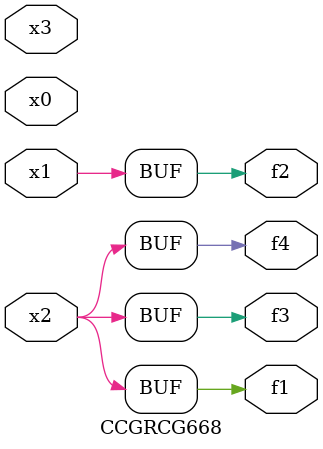
<source format=v>
module CCGRCG668(
	input x0, x1, x2, x3,
	output f1, f2, f3, f4
);
	assign f1 = x2;
	assign f2 = x1;
	assign f3 = x2;
	assign f4 = x2;
endmodule

</source>
